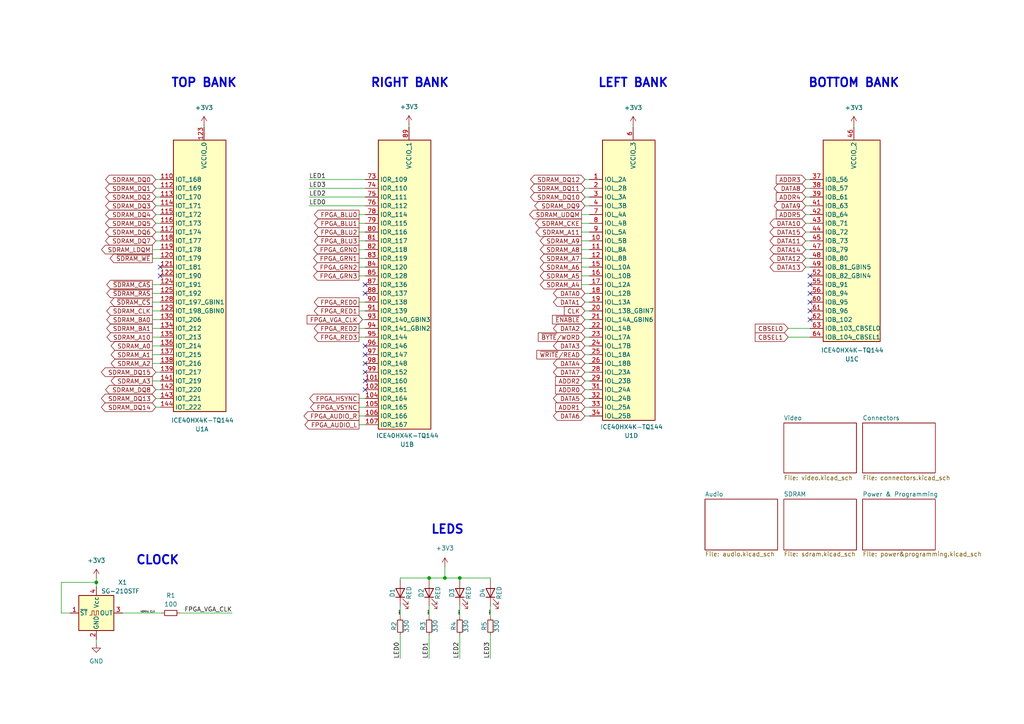
<source format=kicad_sch>
(kicad_sch (version 20231120) (generator "eeschema") (generator_version "8.0")
  (paper "A4")
  (title_block (title "vaudeo") (date "2025-01-22") (rev "Rev A") (comment 1 "A video and audeo board") (comment 3 "https://github.com/oricomp/vaudeo") (comment 4 "Created by Jacob Long"))
  (lib_symbols
    (symbol "Device:LED" (pin_numbers hide) (pin_names (offset 1.016) hide)
      (property "Reference" "D" (at 0 2.54 0))
      (property "Value" "LED" (at 0 -2.54 0))
      (symbol "LED_0_1"
        (polyline (pts (xy -1.27 -1.27) (xy -1.27 1.27)) (stroke (width 0.254)))
        (polyline (pts (xy -1.27 0) (xy 1.27 0)))
        (polyline (pts (xy 1.27 -1.27) (xy 1.27 1.27) (xy -1.27 0) (xy 1.27 -1.27)) (stroke (width 0.254)))
        (polyline (pts (xy -3.048 -0.762) (xy -4.572 -2.286) (xy -3.81 -2.286) (xy -4.572 -2.286) (xy -4.572 -1.524)))
        (polyline (pts (xy -1.778 -0.762) (xy -3.302 -2.286) (xy -2.54 -2.286) (xy -3.302 -2.286) (xy -3.302 -1.524)))
      )
      (symbol "LED_1_1"
        (pin passive line (at -3.81 0 0) (length 2.54) (name "K") (number "1"))
        (pin passive line (at 3.81 0 180) (length 2.54) (name "A") (number "2"))
      )
    )
    (symbol "Device:R_Small" (pin_numbers hide) (pin_names (offset 0.254) hide)
      (property "Reference" "R" (at 0.762 0.508 0))
      (property "Value" "R_Small" (at 0.762 -1.016 0))
      (symbol "R_Small_0_1"
        (rectangle (start -0.762 1.778) (end 0.762 -1.778) (stroke (width 0.2032)))
      )
      (symbol "R_Small_1_1"
        (pin passive line (at 0 2.54 270) (length 0.762) (name "~") (number "1"))
        (pin passive line (at 0 -2.54 90) (length 0.762) (name "~") (number "2"))
      )
    )
    (symbol "FPGA_Lattice:ICE40HX4K-TQ144"
      (property "Reference" "U" (at 12.7 53.34 0))
      (property "Value" "ICE40HX4K-TQ144" (at 30.48 48.26 0))
      (symbol "ICE40HX4K-TQ144_1_1"
        (rectangle (start -8.89 41.91) (end 6.35 -36.83) (stroke (width 0.254)) (fill (type background)))
        (pin bidirectional line (at -12.7 30.48 0) (length 3.81) (name "IOT_168") (number "110"))
        (pin bidirectional line (at -12.7 27.94 0) (length 3.81) (name "IOT_169") (number "112"))
        (pin bidirectional line (at -12.7 25.4 0) (length 3.81) (name "IOT_170") (number "113"))
        (pin bidirectional line (at -12.7 22.86 0) (length 3.81) (name "IOT_171") (number "114"))
        (pin bidirectional line (at -12.7 20.32 0) (length 3.81) (name "IOT_172") (number "115"))
        (pin bidirectional line (at -12.7 17.78 0) (length 3.81) (name "IOT_173") (number "116"))
        (pin bidirectional line (at -12.7 15.24 0) (length 3.81) (name "IOT_174") (number "117"))
        (pin bidirectional line (at -12.7 12.7 0) (length 3.81) (name "IOT_177") (number "118"))
        (pin bidirectional line (at -12.7 10.16 0) (length 3.81) (name "IOT_178") (number "119"))
        (pin bidirectional line (at -12.7 7.62 0) (length 3.81) (name "IOT_179") (number "120"))
        (pin bidirectional line (at -12.7 5.08 0) (length 3.81) (name "IOT_181") (number "121"))
        (pin bidirectional line (at -12.7 2.54 0) (length 3.81) (name "IOT_190") (number "122"))
        (pin power_in line (at 0 45.72 270) (length 3.81) (name "VCCIO_0") (number "123"))
        (pin bidirectional line (at -12.7 0 0) (length 3.81) (name "IOT_191") (number "124"))
        (pin bidirectional line (at -12.7 -2.54 0) (length 3.81) (name "IOT_192") (number "125"))
        (pin bidirectional line (at -12.7 -5.08 0) (length 3.81) (name "IOT_197_GBIN1") (number "128"))
        (pin bidirectional line (at -12.7 -7.62 0) (length 3.81) (name "IOT_198_GBIN0") (number "129"))
        (pin bidirectional line (at -12.7 -10.16 0) (length 3.81) (name "IOT_206") (number "130"))
        (pin passive line (at 0 45.72 270) (length 3.81) hide (name "VCCIO_0") (number "131"))
        (pin bidirectional line (at -12.7 -12.7 0) (length 3.81) (name "IOT_212") (number "134"))
        (pin bidirectional line (at -12.7 -15.24 0) (length 3.81) (name "IOT_213") (number "135"))
        (pin bidirectional line (at -12.7 -17.78 0) (length 3.81) (name "IOT_214") (number "136"))
        (pin bidirectional line (at -12.7 -20.32 0) (length 3.81) (name "IOT_215") (number "137"))
        (pin bidirectional line (at -12.7 -22.86 0) (length 3.81) (name "IOT_216") (number "138"))
        (pin bidirectional line (at -12.7 -25.4 0) (length 3.81) (name "IOT_217") (number "139"))
        (pin bidirectional line (at -12.7 -27.94 0) (length 3.81) (name "IOT_219") (number "141"))
        (pin bidirectional line (at -12.7 -30.48 0) (length 3.81) (name "IOT_220") (number "142"))
        (pin bidirectional line (at -12.7 -33.02 0) (length 3.81) (name "IOT_221") (number "143"))
        (pin bidirectional line (at -12.7 -35.56 0) (length 3.81) (name "IOT_222") (number "144"))
      )
      (symbol "ICE40HX4K-TQ144_2_1"
        (rectangle (start -8.89 44.45) (end 6.35 -39.37) (stroke (width 0.254)) (fill (type background)))
        (pin passive line (at 0 48.26 270) (length 3.81) hide (name "VCCIO_1") (number "100"))
        (pin bidirectional line (at -12.7 -25.4 0) (length 3.81) (name "IOR_160") (number "101"))
        (pin bidirectional line (at -12.7 -27.94 0) (length 3.81) (name "IOR_161") (number "102"))
        (pin bidirectional line (at -12.7 -30.48 0) (length 3.81) (name "IOR_164") (number "104"))
        (pin bidirectional line (at -12.7 -33.02 0) (length 3.81) (name "IOR_165") (number "105"))
        (pin bidirectional line (at -12.7 -35.56 0) (length 3.81) (name "IOR_166") (number "106"))
        (pin bidirectional line (at -12.7 -38.1 0) (length 3.81) (name "IOR_167") (number "107"))
        (pin bidirectional line (at -12.7 33.02 0) (length 3.81) (name "IOR_109") (number "73"))
        (pin bidirectional line (at -12.7 30.48 0) (length 3.81) (name "IOR_110") (number "74"))
        (pin bidirectional line (at -12.7 27.94 0) (length 3.81) (name "IOR_111") (number "75"))
        (pin bidirectional line (at -12.7 25.4 0) (length 3.81) (name "IOR_112") (number "76"))
        (pin bidirectional line (at -12.7 22.86 0) (length 3.81) (name "IOR_114") (number "78"))
        (pin bidirectional line (at -12.7 20.32 0) (length 3.81) (name "IOR_115") (number "79"))
        (pin bidirectional line (at -12.7 17.78 0) (length 3.81) (name "IOR_116") (number "80"))
        (pin bidirectional line (at -12.7 15.24 0) (length 3.81) (name "IOR_117") (number "81"))
        (pin bidirectional line (at -12.7 12.7 0) (length 3.81) (name "IOR_118") (number "82"))
        (pin bidirectional line (at -12.7 10.16 0) (length 3.81) (name "IOR_119") (number "83"))
        (pin bidirectional line (at -12.7 7.62 0) (length 3.81) (name "IOR_120") (number "84"))
        (pin bidirectional line (at -12.7 5.08 0) (length 3.81) (name "IOR_128") (number "85"))
        (pin bidirectional line (at -12.7 2.54 0) (length 3.81) (name "IOR_136") (number "87"))
        (pin bidirectional line (at -12.7 0 0) (length 3.81) (name "IOR_137") (number "88"))
        (pin power_in line (at 0 48.26 270) (length 3.81) (name "VCCIO_1") (number "89"))
        (pin bidirectional line (at -12.7 -2.54 0) (length 3.81) (name "IOR_138") (number "90"))
        (pin bidirectional line (at -12.7 -5.08 0) (length 3.81) (name "IOR_139") (number "91"))
        (pin bidirectional line (at -12.7 -7.62 0) (length 3.81) (name "IOR_140_GBIN3") (number "93"))
        (pin bidirectional line (at -12.7 -10.16 0) (length 3.81) (name "IOR_141_GBIN2") (number "94"))
        (pin bidirectional line (at -12.7 -12.7 0) (length 3.81) (name "IOR_144") (number "95"))
        (pin bidirectional line (at -12.7 -15.24 0) (length 3.81) (name "IOR_146") (number "96"))
        (pin bidirectional line (at -12.7 -17.78 0) (length 3.81) (name "IOR_147") (number "97"))
        (pin bidirectional line (at -12.7 -20.32 0) (length 3.81) (name "IOR_148") (number "98"))
        (pin bidirectional line (at -12.7 -22.86 0) (length 3.81) (name "IOR_152") (number "99"))
      )
      (symbol "ICE40HX4K-TQ144_3_1"
        (rectangle (start -8.89 31.75) (end 7.62 -26.67) (stroke (width 0.254)) (fill (type background)))
        (pin bidirectional line (at -12.7 20.32 0) (length 3.81) (name "IOB_56") (number "37"))
        (pin bidirectional line (at -12.7 17.78 0) (length 3.81) (name "IOB_57") (number "38"))
        (pin bidirectional line (at -12.7 15.24 0) (length 3.81) (name "IOB_61") (number "39"))
        (pin bidirectional line (at -12.7 12.7 0) (length 3.81) (name "IOB_63") (number "41"))
        (pin bidirectional line (at -12.7 10.16 0) (length 3.81) (name "IOB_64") (number "42"))
        (pin bidirectional line (at -12.7 7.62 0) (length 3.81) (name "IOB_71") (number "43"))
        (pin bidirectional line (at -12.7 5.08 0) (length 3.81) (name "IOB_72") (number "44"))
        (pin bidirectional line (at -12.7 2.54 0) (length 3.81) (name "IOB_73") (number "45"))
        (pin power_in line (at 0 35.56 270) (length 3.81) (name "VCCIO_2") (number "46"))
        (pin bidirectional line (at -12.7 0 0) (length 3.81) (name "IOB_79") (number "47"))
        (pin bidirectional line (at -12.7 -2.54 0) (length 3.81) (name "IOB_80") (number "48"))
        (pin bidirectional line (at -12.7 -5.08 0) (length 3.81) (name "IOB_81_GBIN5") (number "49"))
        (pin bidirectional line (at -12.7 -7.62 0) (length 3.81) (name "IOB_82_GBIN4") (number "52"))
        (pin bidirectional line (at -12.7 -10.16 0) (length 3.81) (name "IOB_91") (number "55"))
        (pin bidirectional line (at -12.7 -12.7 0) (length 3.81) (name "IOB_94") (number "56"))
        (pin passive line (at 0 35.56 270) (length 3.81) hide (name "VCCIO_2") (number "57"))
        (pin bidirectional line (at -12.7 -15.24 0) (length 3.81) (name "IOB_95") (number "60"))
        (pin bidirectional line (at -12.7 -17.78 0) (length 3.81) (name "IOB_96") (number "61"))
        (pin bidirectional line (at -12.7 -20.32 0) (length 3.81) (name "IOB_102") (number "62"))
        (pin bidirectional line (at -12.7 -22.86 0) (length 3.81) (name "IOB_103_CBSEL0") (number "63"))
        (pin bidirectional line (at -12.7 -25.4 0) (length 3.81) (name "IOB_104_CBSEL1") (number "64"))
      )
      (symbol "ICE40HX4K-TQ144_4_1"
        (rectangle (start -8.89 41.91) (end 6.35 -39.37) (stroke (width 0.254)) (fill (type background)))
        (pin bidirectional line (at -12.7 30.48 0) (length 3.81) (name "IOL_2A") (number "1"))
        (pin bidirectional line (at -12.7 12.7 0) (length 3.81) (name "IOL_5B") (number "10"))
        (pin bidirectional line (at -12.7 10.16 0) (length 3.81) (name "IOL_8A") (number "11"))
        (pin bidirectional line (at -12.7 7.62 0) (length 3.81) (name "IOL_8B") (number "12"))
        (pin bidirectional line (at -12.7 5.08 0) (length 3.81) (name "IOL_10A") (number "15"))
        (pin bidirectional line (at -12.7 2.54 0) (length 3.81) (name "IOL_10B") (number "16"))
        (pin bidirectional line (at -12.7 0 0) (length 3.81) (name "IOL_12A") (number "17"))
        (pin bidirectional line (at -12.7 -2.54 0) (length 3.81) (name "IOL_12B") (number "18"))
        (pin bidirectional line (at -12.7 -5.08 0) (length 3.81) (name "IOL_13A") (number "19"))
        (pin bidirectional line (at -12.7 27.94 0) (length 3.81) (name "IOL_2B") (number "2"))
        (pin bidirectional line (at -12.7 -7.62 0) (length 3.81) (name "IOL_13B_GBIN7") (number "20"))
        (pin bidirectional line (at -12.7 -10.16 0) (length 3.81) (name "IOL_14A_GBIN6") (number "21"))
        (pin bidirectional line (at -12.7 -12.7 0) (length 3.81) (name "IOL_14B") (number "22"))
        (pin bidirectional line (at -12.7 -15.24 0) (length 3.81) (name "IOL_17A") (number "23"))
        (pin bidirectional line (at -12.7 -17.78 0) (length 3.81) (name "IOL_17B") (number "24"))
        (pin bidirectional line (at -12.7 -20.32 0) (length 3.81) (name "IOL_18A") (number "25"))
        (pin bidirectional line (at -12.7 -22.86 0) (length 3.81) (name "IOL_18B") (number "26"))
        (pin bidirectional line (at -12.7 -25.4 0) (length 3.81) (name "IOL_23A") (number "28"))
        (pin bidirectional line (at -12.7 -27.94 0) (length 3.81) (name "IOL_23B") (number "29"))
        (pin bidirectional line (at -12.7 25.4 0) (length 3.81) (name "IOL_3A") (number "3"))
        (pin passive line (at 0 45.72 270) (length 3.81) hide (name "VCCIO_3") (number "30"))
        (pin bidirectional line (at -12.7 -30.48 0) (length 3.81) (name "IOL_24A") (number "31"))
        (pin bidirectional line (at -12.7 -33.02 0) (length 3.81) (name "IOL_24B") (number "32"))
        (pin bidirectional line (at -12.7 -35.56 0) (length 3.81) (name "IOL_25A") (number "33"))
        (pin bidirectional line (at -12.7 -38.1 0) (length 3.81) (name "IOL_25B") (number "34"))
        (pin bidirectional line (at -12.7 22.86 0) (length 3.81) (name "IOL_3B") (number "4"))
        (pin power_in line (at 0 45.72 270) (length 3.81) (name "VCCIO_3") (number "6"))
        (pin bidirectional line (at -12.7 20.32 0) (length 3.81) (name "IOL_4A") (number "7"))
        (pin bidirectional line (at -12.7 17.78 0) (length 3.81) (name "IOL_4B") (number "8"))
        (pin bidirectional line (at -12.7 15.24 0) (length 3.81) (name "IOL_5A") (number "9"))
      )
      (symbol "ICE40HX4K-TQ144_5_1"
        (rectangle (start -11.43 13.97) (end 13.97 -13.97) (stroke (width 0.254)) (fill (type background)))
        (pin passive line (at 0 -17.78 90) (length 3.81) hide (name "GND") (number "103"))
        (pin power_in line (at 2.54 17.78 270) (length 3.81) (name "VPP_2V5") (number "108"))
        (pin power_in line (at -2.54 17.78 270) (length 3.81) (name "VPP_FAST") (number "109"))
        (pin passive line (at 0 17.78 270) (length 3.81) hide (name "VCC") (number "111"))
        (pin power_in line (at 10.16 17.78 270) (length 3.81) (name "VCCPLL1") (number "126"))
        (pin power_in line (at 10.16 -17.78 90) (length 3.81) (name "GNDPLL1") (number "127"))
        (pin passive line (at 0 -17.78 90) (length 3.81) hide (name "GND") (number "13"))
        (pin passive line (at 0 -17.78 90) (length 3.81) hide (name "GND") (number "132"))
        (pin no_connect line (at 12.7 -10.16 180) (length 3.81) hide (name "NC") (number "133"))
        (pin passive line (at 0 -17.78 90) (length 3.81) hide (name "GND") (number "14"))
        (pin passive line (at 0 -17.78 90) (length 3.81) hide (name "GND") (number "140"))
        (pin power_in line (at 0 17.78 270) (length 3.81) (name "VCC") (number "27"))
        (pin no_connect line (at 12.7 5.08 180) (length 3.81) hide (name "NC") (number "35"))
        (pin no_connect line (at 12.7 2.54 180) (length 3.81) hide (name "NC") (number "36"))
        (pin passive line (at 0 17.78 270) (length 3.81) hide (name "VCC") (number "40"))
        (pin power_in line (at 0 -17.78 90) (length 3.81) (name "GND") (number "5"))
        (pin no_connect line (at 12.7 -2.54 180) (length 3.81) hide (name "NC") (number "50"))
        (pin no_connect line (at 12.7 -5.08 180) (length 3.81) hide (name "NC") (number "51"))
        (pin power_in line (at 7.62 -17.78 90) (length 3.81) (name "GNDPLL0") (number "53"))
        (pin power_in line (at 7.62 17.78 270) (length 3.81) (name "VCCPLL0") (number "54"))
        (pin no_connect line (at 12.7 -7.62 180) (length 3.81) hide (name "NC") (number "58"))
        (pin passive line (at 0 -17.78 90) (length 3.81) hide (name "GND") (number "59"))
        (pin open_collector line (at 17.78 0 180) (length 3.81) (name "CDONE") (number "65"))
        (pin input line (at -15.24 -10.16 0) (length 3.81) (name "~{CRESET}") (number "66"))
        (pin bidirectional line (at -15.24 2.54 0) (length 3.81) (name "IOB_105_SDO") (number "67"))
        (pin bidirectional line (at -15.24 0 0) (length 3.81) (name "IOB_106_SDI") (number "68"))
        (pin passive line (at 0 -17.78 90) (length 3.81) hide (name "GND") (number "69"))
        (pin bidirectional line (at -15.24 -2.54 0) (length 3.81) (name "IOB_107_SCK") (number "70"))
        (pin bidirectional line (at -15.24 -5.08 0) (length 3.81) (name "IOB_108_SS") (number "71"))
        (pin power_in line (at -7.62 17.78 270) (length 3.81) (name "VCC_SPI") (number "72"))
        (pin no_connect line (at 12.7 7.62 180) (length 3.81) hide (name "NC") (number "77"))
        (pin passive line (at 0 -17.78 90) (length 3.81) hide (name "GND") (number "86"))
        (pin passive line (at 0 17.78 270) (length 3.81) hide (name "VCC") (number "92"))
      )
    )
    (symbol "Oscillator:SG-210STF" (pin_names (offset 0.254))
      (property "Reference" "X" (at -5.08 6.35 0))
      (property "Value" "SG-210STF" (at 1.27 -6.35 0))
      (symbol "SG-210STF_0_1"
        (rectangle (start -5.08 5.08) (end 5.08 -5.08) (stroke (width 0.254)) (fill (type background)))
        (polyline (pts (xy -1.905 -0.635) (xy -1.27 -0.635) (xy -1.27 0.635) (xy -0.635 0.635) (xy -0.635 -0.635) (xy 0 -0.635) (xy 0 0.635) (xy 0.635 0.635) (xy 0.635 -0.635)))
      )
      (symbol "SG-210STF_1_1"
        (pin input line (at -7.62 0 0) (length 2.54) (name "~{ST}") (number "1"))
        (pin power_in line (at 0 -7.62 90) (length 2.54) (name "GND") (number "2"))
        (pin output line (at 7.62 0 180) (length 2.54) (name "OUT") (number "3"))
        (pin power_in line (at 0 7.62 270) (length 2.54) (name "Vcc") (number "4"))
      )
    )
    (symbol "power:+3V3" (power) (pin_numbers hide) (pin_names (offset 0) hide)
      (property "Value" "+3V3" (at 0 3.556 0))
      (symbol "+3V3_0_1"
        (polyline (pts (xy -0.762 1.27) (xy 0 2.54)))
        (polyline (pts (xy 0 0) (xy 0 2.54)))
        (polyline (pts (xy 0 2.54) (xy 0.762 1.27)))
      )
      (symbol "+3V3_1_1"
        (pin power_in line (at 0 0 90) (length 0) (name "~") (number "1"))
      )
    )
    (symbol "power:GND" (power) (pin_numbers hide) (pin_names (offset 0) hide)
      (property "Value" "GND" (at 0 -3.81 0))
      (symbol "GND_0_1"
        (polyline (pts (xy 0 0) (xy 0 -1.27) (xy 1.27 -1.27) (xy 0 -2.54) (xy -1.27 -1.27) (xy 0 -1.27)))
      )
      (symbol "GND_1_1"
        (pin power_in line (at 0 0 270) (length 0) (name "~") (number "1"))
      )
    )
  )
  (junction (at 129.032 167.64))
  (junction (at 124.46 167.64))
  (junction (at 133.35 167.64))
  (junction (at 27.94 168.91))
  (no_connect (at 234.95 82.55))
  (no_connect (at 234.95 92.71))
  (no_connect (at 46.482 77.47))
  (no_connect (at 234.95 87.63))
  (no_connect (at 105.918 102.87))
  (no_connect (at 105.918 113.03))
  (no_connect (at 234.95 85.09))
  (no_connect (at 234.95 90.17))
  (no_connect (at 105.918 100.33))
  (no_connect (at 46.482 80.01))
  (no_connect (at 105.918 85.09))
  (no_connect (at 105.918 82.55))
  (no_connect (at 105.918 105.41))
  (no_connect (at 105.918 110.49))
  (no_connect (at 234.95 80.01))
  (no_connect (at 105.918 107.95))
  (wire (pts (xy 168.656 72.39) (xy 170.942 72.39)))
  (wire (pts (xy 46.482 64.77) (xy 45.212 64.77)))
  (wire (pts (xy 233.68 67.31) (xy 234.95 67.31)))
  (wire (pts (xy 233.68 69.85) (xy 234.95 69.85)))
  (wire (pts (xy 169.672 113.03) (xy 170.942 113.03)))
  (wire (pts (xy 89.662 59.69) (xy 105.918 59.69)))
  (wire (pts (xy 44.196 87.63) (xy 46.482 87.63)))
  (wire (pts (xy 142.24 168.148) (xy 142.24 167.64)))
  (wire (pts (xy 27.94 167.64) (xy 27.94 168.91)))
  (wire (pts (xy 20.32 177.8) (xy 17.78 177.8)))
  (wire (pts (xy 46.482 52.07) (xy 45.212 52.07)))
  (wire (pts (xy 169.672 120.65) (xy 170.942 120.65)))
  (wire (pts (xy 104.14 123.19) (xy 105.918 123.19)))
  (wire (pts (xy 233.68 59.69) (xy 234.95 59.69)))
  (wire (pts (xy 133.35 167.64) (xy 129.032 167.64)))
  (wire (pts (xy 44.196 95.25) (xy 46.482 95.25)))
  (wire (pts (xy 168.656 62.23) (xy 170.942 62.23)))
  (wire (pts (xy 46.482 54.61) (xy 45.212 54.61)))
  (wire (pts (xy 142.24 179.07) (xy 142.24 175.768)))
  (wire (pts (xy 104.14 69.85) (xy 105.918 69.85)))
  (wire (pts (xy 168.656 80.01) (xy 170.942 80.01)))
  (wire (pts (xy 89.662 52.07) (xy 105.918 52.07)))
  (wire (pts (xy 44.196 74.93) (xy 46.482 74.93)))
  (wire (pts (xy 44.196 110.49) (xy 46.482 110.49)))
  (wire (pts (xy 169.672 92.71) (xy 170.942 92.71)))
  (wire (pts (xy 228.6 97.79) (xy 234.95 97.79)))
  (wire (pts (xy 52.07 177.8) (xy 67.31 177.8)))
  (wire (pts (xy 116.078 179.07) (xy 116.078 175.768)))
  (wire (pts (xy 170.942 57.15) (xy 169.672 57.15)))
  (wire (pts (xy 44.196 90.17) (xy 46.482 90.17)))
  (wire (pts (xy 142.24 167.64) (xy 133.35 167.64)))
  (wire (pts (xy 89.662 54.61) (xy 105.918 54.61)))
  (wire (pts (xy 169.672 97.79) (xy 170.942 97.79)))
  (wire (pts (xy 104.14 120.65) (xy 105.918 120.65)))
  (wire (pts (xy 46.482 115.57) (xy 45.212 115.57)))
  (wire (pts (xy 170.942 54.61) (xy 169.672 54.61)))
  (wire (pts (xy 169.672 105.41) (xy 170.942 105.41)))
  (wire (pts (xy 124.46 179.07) (xy 124.46 175.768)))
  (wire (pts (xy 44.196 72.39) (xy 46.482 72.39)))
  (wire (pts (xy 35.56 177.8) (xy 46.99 177.8)))
  (wire (pts (xy 44.196 102.87) (xy 46.482 102.87)))
  (wire (pts (xy 59.182 36.322) (xy 59.182 36.83)))
  (wire (pts (xy 46.482 113.03) (xy 45.212 113.03)))
  (wire (pts (xy 104.14 87.63) (xy 105.918 87.63)))
  (wire (pts (xy 233.68 57.15) (xy 234.95 57.15)))
  (wire (pts (xy 118.618 36.068) (xy 118.618 36.83)))
  (wire (pts (xy 168.656 82.55) (xy 170.942 82.55)))
  (wire (pts (xy 45.212 107.95) (xy 46.482 107.95)))
  (wire (pts (xy 116.078 168.148) (xy 116.078 167.64)))
  (wire (pts (xy 169.672 115.57) (xy 170.942 115.57)))
  (wire (pts (xy 124.46 167.64) (xy 116.078 167.64)))
  (wire (pts (xy 46.482 69.85) (xy 45.212 69.85)))
  (wire (pts (xy 45.212 59.69) (xy 46.482 59.69)))
  (wire (pts (xy 46.482 62.23) (xy 45.212 62.23)))
  (wire (pts (xy 44.196 92.71) (xy 46.482 92.71)))
  (wire (pts (xy 104.14 67.31) (xy 105.918 67.31)))
  (wire (pts (xy 104.14 95.25) (xy 105.918 95.25)))
  (wire (pts (xy 44.196 85.09) (xy 46.482 85.09)))
  (wire (pts (xy 45.212 57.15) (xy 46.482 57.15)))
  (wire (pts (xy 169.672 118.11) (xy 170.942 118.11)))
  (wire (pts (xy 129.032 164.338) (xy 129.032 167.64)))
  (wire (pts (xy 247.65 36.322) (xy 247.65 36.83)))
  (wire (pts (xy 104.14 97.79) (xy 105.918 97.79)))
  (wire (pts (xy 133.35 179.07) (xy 133.35 175.768)))
  (wire (pts (xy 27.94 186.69) (xy 27.94 185.42)))
  (wire (pts (xy 169.672 90.17) (xy 170.942 90.17)))
  (wire (pts (xy 44.196 97.79) (xy 46.482 97.79)))
  (wire (pts (xy 168.656 69.85) (xy 170.942 69.85)))
  (wire (pts (xy 104.14 74.93) (xy 105.918 74.93)))
  (wire (pts (xy 169.672 100.33) (xy 170.942 100.33)))
  (wire (pts (xy 17.78 168.91) (xy 27.94 168.91)))
  (wire (pts (xy 124.46 168.148) (xy 124.46 167.64)))
  (wire (pts (xy 46.482 67.31) (xy 45.212 67.31)))
  (wire (pts (xy 169.672 102.87) (xy 170.942 102.87)))
  (wire (pts (xy 44.196 82.55) (xy 46.482 82.55)))
  (wire (pts (xy 170.942 59.69) (xy 169.672 59.69)))
  (wire (pts (xy 170.942 52.07) (xy 169.672 52.07)))
  (wire (pts (xy 46.482 118.11) (xy 45.212 118.11)))
  (wire (pts (xy 169.672 87.63) (xy 170.942 87.63)))
  (wire (pts (xy 104.14 80.01) (xy 105.918 80.01)))
  (wire (pts (xy 233.68 52.07) (xy 234.95 52.07)))
  (wire (pts (xy 44.196 105.41) (xy 46.482 105.41)))
  (wire (pts (xy 169.672 110.49) (xy 170.942 110.49)))
  (wire (pts (xy 104.14 77.47) (xy 105.918 77.47)))
  (wire (pts (xy 233.68 62.23) (xy 234.95 62.23)))
  (wire (pts (xy 168.656 67.31) (xy 170.942 67.31)))
  (wire (pts (xy 104.14 62.23) (xy 105.918 62.23)))
  (wire (pts (xy 168.656 74.93) (xy 170.942 74.93)))
  (wire (pts (xy 168.656 64.77) (xy 170.942 64.77)))
  (wire (pts (xy 233.68 77.47) (xy 234.95 77.47)))
  (wire (pts (xy 233.68 72.39) (xy 234.95 72.39)))
  (wire (pts (xy 183.642 36.322) (xy 183.642 36.83)))
  (wire (pts (xy 104.14 115.57) (xy 105.918 115.57)))
  (wire (pts (xy 89.662 57.15) (xy 105.918 57.15)))
  (wire (pts (xy 124.46 191.008) (xy 124.46 184.15)))
  (wire (pts (xy 129.032 167.64) (xy 124.46 167.64)))
  (wire (pts (xy 104.14 118.11) (xy 105.918 118.11)))
  (wire (pts (xy 44.196 100.33) (xy 46.482 100.33)))
  (wire (pts (xy 169.672 95.25) (xy 170.942 95.25)))
  (wire (pts (xy 104.14 64.77) (xy 105.918 64.77)))
  (wire (pts (xy 133.35 191.008) (xy 133.35 184.15)))
  (wire (pts (xy 168.656 77.47) (xy 170.942 77.47)))
  (wire (pts (xy 233.68 74.93) (xy 234.95 74.93)))
  (wire (pts (xy 105.156 92.71) (xy 105.918 92.71)))
  (wire (pts (xy 233.68 54.61) (xy 234.95 54.61)))
  (wire (pts (xy 104.14 90.17) (xy 105.918 90.17)))
  (wire (pts (xy 142.24 191.008) (xy 142.24 184.15)))
  (wire (pts (xy 133.35 168.148) (xy 133.35 167.64)))
  (wire (pts (xy 169.672 85.09) (xy 170.942 85.09)))
  (wire (pts (xy 228.6 95.25) (xy 234.95 95.25)))
  (wire (pts (xy 104.14 72.39) (xy 105.918 72.39)))
  (wire (pts (xy 27.94 168.91) (xy 27.94 170.18)))
  (wire (pts (xy 169.672 107.95) (xy 170.942 107.95)))
  (wire (pts (xy 233.68 64.77) (xy 234.95 64.77)))
  (wire (pts (xy 17.78 177.8) (xy 17.78 168.91)))
  (wire (pts (xy 116.078 191.008) (xy 116.078 184.15)))
  (text "CLOCK" (at 45.72 162.56 0) (effects (font (size 2.5 2.5) (bold yes))))
  (text "TOP BANK" (at 59.182 24.13 0) (effects (font (size 2.5 2.5) (thickness 0.5) (bold yes))))
  (text "LEFT BANK" (at 183.642 24.13 0) (effects (font (size 2.5 2.5) (thickness 0.5) (bold yes))))
  (text "RIGHT BANK" (at 118.872 24.13 0) (effects (font (size 2.5 2.5) (thickness 0.5) (bold yes))))
  (text "LEDS" (at 129.794 153.67 0) (effects (font (size 2.5 2.5) (bold yes))))
  (text "BOTTOM BANK" (at 247.65 24.13 0) (effects (font (size 2.5 2.5) (thickness 0.5) (bold yes))))
  (label "LED3" (at 89.662 54.61 0))
  (label "LED1_R" (at 124.46 178.308 90) (effects (font (size 0.25 0.25))))
  (label "LED2_R" (at 133.35 178.308 90) (effects (font (size 0.25 0.25))))
  (label "FPGA_VGA_CLK" (at 67.31 177.8 180))
  (label "LED2" (at 89.662 57.15 0))
  (label "LED0" (at 89.662 59.69 0))
  (label "LED3" (at 142.24 191.008 90))
  (label "40MHz CLK" (at 40.64 177.8 0) (effects (font (size 0.5 0.5) (bold yes))))
  (label "LED0" (at 116.078 191.008 90))
  (label "LED1" (at 124.46 191.008 90))
  (label "LED1" (at 89.662 52.07 0))
  (label "LED2" (at 133.35 191.008 90))
  (label "LED3_R" (at 142.24 178.308 90) (effects (font (size 0.25 0.25))))
  (label "LED0_R" (at 116.078 178.308 90) (effects (font (size 0.25 0.25))))
  (global_label "SDRAM_DQ7" (shape bidirectional) (at 45.212 69.85 180) (property "Intersheetrefs" "${INTERSHEET_REFS}" (effects (hide yes))))
  (global_label "SDRAM_BA0" (shape output) (at 44.196 92.71 180) (property "Intersheetrefs" "${INTERSHEET_REFS}" (effects (hide yes))))
  (global_label "DATA4" (shape bidirectional) (at 169.672 105.41 180) (property "Intersheetrefs" "${INTERSHEET_REFS}" (effects (hide yes))))
  (global_label "~{WRITE}/READ" (shape input) (at 169.672 102.87 180) (property "Intersheetrefs" "${INTERSHEET_REFS}" (effects (hide yes))))
  (global_label "FPGA_RED0" (shape output) (at 104.14 87.63 180) (property "Intersheetrefs" "${INTERSHEET_REFS}" (effects (hide yes))))
  (global_label "SDRAM_DQ1" (shape bidirectional) (at 45.212 54.61 180) (property "Intersheetrefs" "${INTERSHEET_REFS}" (effects (hide yes))))
  (global_label "SDRAM_DQ5" (shape bidirectional) (at 45.212 64.77 180) (property "Intersheetrefs" "${INTERSHEET_REFS}" (effects (hide yes))))
  (global_label "FPGA_GRN3" (shape output) (at 104.14 80.01 180) (property "Intersheetrefs" "${INTERSHEET_REFS}" (effects (hide yes))))
  (global_label "SDRAM_DQ6" (shape bidirectional) (at 45.212 67.31 180) (property "Intersheetrefs" "${INTERSHEET_REFS}" (effects (hide yes))))
  (global_label "ADDR1" (shape input) (at 169.672 118.11 180) (property "Intersheetrefs" "${INTERSHEET_REFS}" (effects (hide yes))))
  (global_label "DATA5" (shape bidirectional) (at 169.672 115.57 180) (property "Intersheetrefs" "${INTERSHEET_REFS}" (effects (hide yes))))
  (global_label "FPGA_VSYNC" (shape output) (at 104.14 118.11 180) (property "Intersheetrefs" "${INTERSHEET_REFS}" (effects (hide yes))))
  (global_label "FPGA_RED3" (shape output) (at 104.14 97.79 180) (property "Intersheetrefs" "${INTERSHEET_REFS}" (effects (hide yes))))
  (global_label "FPGA_RED2" (shape output) (at 104.14 95.25 180) (property "Intersheetrefs" "${INTERSHEET_REFS}" (effects (hide yes))))
  (global_label "SDRAM_A11" (shape output) (at 168.656 67.31 180) (property "Intersheetrefs" "${INTERSHEET_REFS}" (effects (hide yes))))
  (global_label "SDRAM_A6" (shape output) (at 168.656 77.47 180) (property "Intersheetrefs" "${INTERSHEET_REFS}" (effects (hide yes))))
  (global_label "FPGA_AUDIO_R" (shape output) (at 104.14 120.65 180) (property "Intersheetrefs" "${INTERSHEET_REFS}" (effects (hide yes))))
  (global_label "SDRAM_DQ3" (shape bidirectional) (at 45.212 59.69 180) (property "Intersheetrefs" "${INTERSHEET_REFS}" (effects (hide yes))))
  (global_label "FPGA_GRN0" (shape output) (at 104.14 72.39 180) (property "Intersheetrefs" "${INTERSHEET_REFS}" (effects (hide yes))))
  (global_label "DATA13" (shape bidirectional) (at 233.68 77.47 180) (property "Intersheetrefs" "${INTERSHEET_REFS}" (effects (hide yes))))
  (global_label "DATA14" (shape bidirectional) (at 233.68 72.39 180) (property "Intersheetrefs" "${INTERSHEET_REFS}" (effects (hide yes))))
  (global_label "SDRAM_A0" (shape output) (at 44.196 100.33 180) (property "Intersheetrefs" "${INTERSHEET_REFS}" (effects (hide yes))))
  (global_label "SDRAM_CKE" (shape output) (at 168.656 64.77 180) (property "Intersheetrefs" "${INTERSHEET_REFS}" (effects (hide yes))))
  (global_label "SDRAM_DQ0" (shape bidirectional) (at 45.212 52.07 180) (property "Intersheetrefs" "${INTERSHEET_REFS}" (effects (hide yes))))
  (global_label "SDRAM_DQ14" (shape bidirectional) (at 45.212 118.11 180) (property "Intersheetrefs" "${INTERSHEET_REFS}" (effects (hide yes))))
  (global_label "FPGA_BLU0" (shape output) (at 104.14 62.23 180) (property "Intersheetrefs" "${INTERSHEET_REFS}" (effects (hide yes))))
  (global_label "FPGA_HSYNC" (shape output) (at 104.14 115.57 180) (property "Intersheetrefs" "${INTERSHEET_REFS}" (effects (hide yes))))
  (global_label "CBSEL0" (shape input) (at 228.6 95.25 180) (property "Intersheetrefs" "${INTERSHEET_REFS}" (effects (hide yes))))
  (global_label "SDRAM_DQ2" (shape bidirectional) (at 45.212 57.15 180) (property "Intersheetrefs" "${INTERSHEET_REFS}" (effects (hide yes))))
  (global_label "SDRAM_DQ4" (shape bidirectional) (at 45.212 62.23 180) (property "Intersheetrefs" "${INTERSHEET_REFS}" (effects (hide yes))))
  (global_label "SDRAM_CLK" (shape output) (at 44.196 90.17 180) (property "Intersheetrefs" "${INTERSHEET_REFS}" (effects (hide yes))))
  (global_label "~{BYTE}{slash}WORD" (shape input) (at 169.672 97.79 180) (property "Intersheetrefs" "${INTERSHEET_REFS}" (effects (hide yes))))
  (global_label "DATA15" (shape bidirectional) (at 233.68 67.31 180) (property "Intersheetrefs" "${INTERSHEET_REFS}" (effects (hide yes))))
  (global_label "DATA9" (shape bidirectional) (at 233.68 59.69 180) (property "Intersheetrefs" "${INTERSHEET_REFS}" (effects (hide yes))))
  (global_label "DATA11" (shape bidirectional) (at 233.68 69.85 180) (property "Intersheetrefs" "${INTERSHEET_REFS}" (effects (hide yes))))
  (global_label "SDRAM_A4" (shape output) (at 168.656 82.55 180) (property "Intersheetrefs" "${INTERSHEET_REFS}" (effects (hide yes))))
  (global_label "ADDR2" (shape input) (at 169.672 110.49 180) (property "Intersheetrefs" "${INTERSHEET_REFS}" (effects (hide yes))))
  (global_label "SDRAM_A3" (shape output) (at 44.196 110.49 180) (property "Intersheetrefs" "${INTERSHEET_REFS}" (effects (hide yes))))
  (global_label "SDRAM_DQ9" (shape bidirectional) (at 169.672 59.69 180) (property "Intersheetrefs" "${INTERSHEET_REFS}" (effects (hide yes))))
  (global_label "SDRAM_DQ10" (shape bidirectional) (at 169.672 57.15 180) (property "Intersheetrefs" "${INTERSHEET_REFS}" (effects (hide yes))))
  (global_label "~{SDRAM_WE}" (shape output) (at 44.196 74.93 180) (property "Intersheetrefs" "${INTERSHEET_REFS}" (effects (hide yes))))
  (global_label "FPGA_RED1" (shape output) (at 104.14 90.17 180) (property "Intersheetrefs" "${INTERSHEET_REFS}" (effects (hide yes))))
  (global_label "SDRAM_LDQM" (shape output) (at 44.196 72.39 180) (property "Intersheetrefs" "${INTERSHEET_REFS}" (effects (hide yes))))
  (global_label "SDRAM_DQ15" (shape bidirectional) (at 45.212 107.95 180) (property "Intersheetrefs" "${INTERSHEET_REFS}" (effects (hide yes))))
  (global_label "FPGA_BLU3" (shape output) (at 104.14 69.85 180) (property "Intersheetrefs" "${INTERSHEET_REFS}" (effects (hide yes))))
  (global_label "~{ENABLE}" (shape input) (at 169.672 92.71 180) (property "Intersheetrefs" "${INTERSHEET_REFS}" (effects (hide yes))))
  (global_label "SDRAM_UDQM" (shape output) (at 168.656 62.23 180) (property "Intersheetrefs" "${INTERSHEET_REFS}" (effects (hide yes))))
  (global_label "SDRAM_DQ8" (shape bidirectional) (at 45.212 113.03 180) (property "Intersheetrefs" "${INTERSHEET_REFS}" (effects (hide yes))))
  (global_label "ADDR5" (shape input) (at 233.68 62.23 180) (property "Intersheetrefs" "${INTERSHEET_REFS}" (effects (hide yes))))
  (global_label "FPGA_BLU2" (shape output) (at 104.14 67.31 180) (property "Intersheetrefs" "${INTERSHEET_REFS}" (effects (hide yes))))
  (global_label "CLK" (shape input) (at 169.672 90.17 180) (property "Intersheetrefs" "${INTERSHEET_REFS}" (effects (hide yes))))
  (global_label "~{SDRAM_CAS}" (shape output) (at 44.196 82.55 180) (property "Intersheetrefs" "${INTERSHEET_REFS}" (effects (hide yes))))
  (global_label "DATA7" (shape bidirectional) (at 169.672 107.95 180) (property "Intersheetrefs" "${INTERSHEET_REFS}" (effects (hide yes))))
  (global_label "SDRAM_BA1" (shape output) (at 44.196 95.25 180) (property "Intersheetrefs" "${INTERSHEET_REFS}" (effects (hide yes))))
  (global_label "SDRAM_DQ11" (shape bidirectional) (at 169.672 54.61 180) (property "Intersheetrefs" "${INTERSHEET_REFS}" (effects (hide yes))))
  (global_label "SDRAM_DQ13" (shape bidirectional) (at 45.212 115.57 180) (property "Intersheetrefs" "${INTERSHEET_REFS}" (effects (hide yes))))
  (global_label "DATA12" (shape bidirectional) (at 233.68 74.93 180) (property "Intersheetrefs" "${INTERSHEET_REFS}" (effects (hide yes))))
  (global_label "ADDR4" (shape input) (at 233.68 57.15 180) (property "Intersheetrefs" "${INTERSHEET_REFS}" (effects (hide yes))))
  (global_label "FPGA_BLU1" (shape output) (at 104.14 64.77 180) (property "Intersheetrefs" "${INTERSHEET_REFS}" (effects (hide yes))))
  (global_label "SDRAM_A5" (shape output) (at 168.656 80.01 180) (property "Intersheetrefs" "${INTERSHEET_REFS}" (effects (hide yes))))
  (global_label "DATA6" (shape bidirectional) (at 169.672 120.65 180) (property "Intersheetrefs" "${INTERSHEET_REFS}" (effects (hide yes))))
  (global_label "SDRAM_A7" (shape output) (at 168.656 74.93 180) (property "Intersheetrefs" "${INTERSHEET_REFS}" (effects (hide yes))))
  (global_label "CBSEL1" (shape input) (at 228.6 97.79 180) (property "Intersheetrefs" "${INTERSHEET_REFS}" (effects (hide yes))))
  (global_label "DATA0" (shape bidirectional) (at 169.672 85.09 180) (property "Intersheetrefs" "${INTERSHEET_REFS}" (effects (hide yes))))
  (global_label "~{SDRAM_RAS}" (shape output) (at 44.196 85.09 180) (property "Intersheetrefs" "${INTERSHEET_REFS}" (effects (hide yes))))
  (global_label "ADDR0" (shape input) (at 169.672 113.03 180) (property "Intersheetrefs" "${INTERSHEET_REFS}" (effects (hide yes))))
  (global_label "SDRAM_A9" (shape output) (at 168.656 69.85 180) (property "Intersheetrefs" "${INTERSHEET_REFS}" (effects (hide yes))))
  (global_label "FPGA_AUDIO_L" (shape output) (at 104.14 123.19 180) (property "Intersheetrefs" "${INTERSHEET_REFS}" (effects (hide yes))))
  (global_label "SDRAM_A1" (shape output) (at 44.196 102.87 180) (property "Intersheetrefs" "${INTERSHEET_REFS}" (effects (hide yes))))
  (global_label "~{SDRAM_CS}" (shape output) (at 44.196 87.63 180) (property "Intersheetrefs" "${INTERSHEET_REFS}" (effects (hide yes))))
  (global_label "SDRAM_DQ12" (shape bidirectional) (at 169.672 52.07 180) (property "Intersheetrefs" "${INTERSHEET_REFS}" (effects (hide yes))))
  (global_label "SDRAM_A8" (shape output) (at 168.656 72.39 180) (property "Intersheetrefs" "${INTERSHEET_REFS}" (effects (hide yes))))
  (global_label "FPGA_GRN1" (shape output) (at 104.14 74.93 180) (property "Intersheetrefs" "${INTERSHEET_REFS}" (effects (hide yes))))
  (global_label "DATA2" (shape bidirectional) (at 169.672 95.25 180) (property "Intersheetrefs" "${INTERSHEET_REFS}" (effects (hide yes))))
  (global_label "FPGA_GRN2" (shape output) (at 104.14 77.47 180) (property "Intersheetrefs" "${INTERSHEET_REFS}" (effects (hide yes))))
  (global_label "DATA10" (shape bidirectional) (at 233.68 64.77 180) (property "Intersheetrefs" "${INTERSHEET_REFS}" (effects (hide yes))))
  (global_label "SDRAM_A2" (shape output) (at 44.196 105.41 180) (property "Intersheetrefs" "${INTERSHEET_REFS}" (effects (hide yes))))
  (global_label "FPGA_VGA_CLK" (shape input) (at 105.156 92.71 180) (property "Intersheetrefs" "${INTERSHEET_REFS}" (effects (hide yes))))
  (global_label "DATA1" (shape bidirectional) (at 169.672 87.63 180) (property "Intersheetrefs" "${INTERSHEET_REFS}" (effects (hide yes))))
  (global_label "DATA8" (shape bidirectional) (at 233.68 54.61 180) (property "Intersheetrefs" "${INTERSHEET_REFS}" (effects (hide yes))))
  (global_label "ADDR3" (shape input) (at 233.68 52.07 180) (property "Intersheetrefs" "${INTERSHEET_REFS}" (effects (hide yes))))
  (global_label "SDRAM_A10" (shape output) (at 44.196 97.79 180) (property "Intersheetrefs" "${INTERSHEET_REFS}" (effects (hide yes))))
  (global_label "DATA3" (shape bidirectional) (at 169.672 100.33 180) (property "Intersheetrefs" "${INTERSHEET_REFS}" (effects (hide yes))))
  (symbol (lib_id "power:+3V3") (at 129.032 164.338 0) (unit 1)
    (property "Reference" "#PWR05" (effects (hide yes)))
    (property "Value" "+3V3" (at 129.032 159.004 0))
    (property "Description" "Power symbol creates a global label with name \"+3V3\"" (effects (hide yes)))
  )
  (symbol (lib_id "power:+3V3") (at 247.65 36.322 0) (unit 1)
    (property "Reference" "#PWR04" (effects (hide yes)))
    (property "Value" "+3V3" (at 247.65 31.242 0))
    (property "Description" "Power symbol creates a global label with name \"+3V3\"" (effects (hide yes)))
  )
  (symbol (lib_id "Device:LED") (at 142.24 171.958 90) (unit 1)
    (property "Reference" "D4" (at 139.954 171.958 0))
    (property "Value" "RED" (at 144.78 171.958 0))
    (property "Footprint" "Diode_SMD:D_0805_2012Metric" (effects (hide yes)))
    (property "Description" "Light emitting diode" (effects (hide yes)))
    (property "DigiKey" "https://www.digikey.com/en/products/detail/w%C3%BCrth-elektronik/150080SS75000/4489921" (effects (hide yes)))
  )
  (symbol (lib_id "FPGA_Lattice:ICE40HX4K-TQ144") (at 183.642 82.55 0) (unit 4)
    (property "Reference" "U1" (at 181.102 126.365 0) (effects (justify left)))
    (property "Value" "ICE40HX4K-TQ144" (at 174.117 123.825 0) (effects (justify left)))
    (property "Footprint" "Package_QFP:TQFP-144_20x20mm_P0.5mm" (effects (hide yes)))
    (property "Datasheet" "http://www.latticesemi.com/Products/FPGAandCPLD/iCE40" (effects (hide yes)))
    (property "DigiKey" "https://www.digikey.com/en/products/detail/lattice-semiconductor-corporation/ICE40HX4K-TQ144/3083582" (effects (hide yes)))
  )
  (symbol (lib_id "power:+3V3") (at 118.618 36.068 0) (unit 1)
    (property "Reference" "#PWR01" (effects (hide yes)))
    (property "Value" "+3V3" (at 118.618 30.988 0))
    (property "Description" "Power symbol creates a global label with name \"+3V3\"" (effects (hide yes)))
  )
  (symbol (lib_id "Device:LED") (at 124.46 171.958 90) (unit 1)
    (property "Reference" "D2" (at 122.174 171.958 0))
    (property "Value" "RED" (at 127 171.958 0))
    (property "Footprint" "Diode_SMD:D_0805_2012Metric" (effects (hide yes)))
    (property "Description" "Light emitting diode" (effects (hide yes)))
    (property "DigiKey" "https://www.digikey.com/en/products/detail/w%C3%BCrth-elektronik/150080SS75000/4489921" (effects (hide yes)))
  )
  (symbol (lib_id "power:+3V3") (at 59.182 36.322 0) (unit 1)
    (property "Reference" "#PWR02" (effects (hide yes)))
    (property "Value" "+3V3" (at 59.182 31.242 0))
    (property "Description" "Power symbol creates a global label with name \"+3V3\"" (effects (hide yes)))
  )
  (symbol (lib_id "Device:R_Small") (at 116.078 181.61 180) (unit 1)
    (property "Reference" "R2" (at 114.3 181.61 90))
    (property "Value" "330" (at 117.856 181.61 90))
    (property "Footprint" "Resistor_SMD:R_0805_2012Metric_Pad1.20x1.40mm_HandSolder" (effects (hide yes)))
    (property "Description" "Resistor, small symbol" (effects (hide yes)))
    (property "DigiKey" "https://www.digikey.com/en/products/detail/koa-speer-electronics-inc/RK73B2ATTD331J/10236540" (effects (hide yes)))
  )
  (symbol (lib_id "Device:R_Small") (at 124.46 181.61 180) (unit 1)
    (property "Reference" "R3" (at 122.682 181.61 90))
    (property "Value" "330" (at 126.238 181.61 90))
    (property "Footprint" "Resistor_SMD:R_0805_2012Metric_Pad1.20x1.40mm_HandSolder" (effects (hide yes)))
    (property "Description" "Resistor, small symbol" (effects (hide yes)))
    (property "DigiKey" "https://www.digikey.com/en/products/detail/koa-speer-electronics-inc/RK73B2ATTD331J/10236540" (effects (hide yes)))
  )
  (symbol (lib_id "power:+3V3") (at 183.642 36.322 0) (unit 1)
    (property "Reference" "#PWR03" (effects (hide yes)))
    (property "Value" "+3V3" (at 183.642 31.242 0))
    (property "Description" "Power symbol creates a global label with name \"+3V3\"" (effects (hide yes)))
  )
  (symbol (lib_id "Device:LED") (at 116.078 171.958 90) (unit 1)
    (property "Reference" "D1" (at 113.792 171.958 0))
    (property "Value" "RED" (at 118.618 171.958 0))
    (property "Footprint" "Diode_SMD:D_0805_2012Metric" (effects (hide yes)))
    (property "Description" "Light emitting diode" (effects (hide yes)))
    (property "DigiKey" "https://www.digikey.com/en/products/detail/w%C3%BCrth-elektronik/150080SS75000/4489921" (effects (hide yes)))
  )
  (symbol (lib_id "power:+3V3") (at 27.94 167.64 0) (unit 1)
    (property "Reference" "#PWR06" (effects (hide yes)))
    (property "Value" "+3V3" (at 27.94 162.56 0))
    (property "Description" "Power symbol creates a global label with name \"+3V3\"" (effects (hide yes)))
  )
  (symbol (lib_id "Device:R_Small") (at 142.24 181.61 180) (unit 1)
    (property "Reference" "R5" (at 140.462 181.61 90))
    (property "Value" "330" (at 144.018 181.61 90))
    (property "Footprint" "Resistor_SMD:R_0805_2012Metric_Pad1.20x1.40mm_HandSolder" (effects (hide yes)))
    (property "Description" "Resistor, small symbol" (effects (hide yes)))
    (property "DigiKey" "https://www.digikey.com/en/products/detail/koa-speer-electronics-inc/RK73B2ATTD331J/10236540" (effects (hide yes)))
  )
  (symbol (lib_id "power:GND") (at 27.94 186.69 0) (unit 1)
    (property "Reference" "#PWR07" (effects (hide yes)))
    (property "Value" "GND" (at 27.94 191.77 0))
    (property "Description" "Power symbol creates a global label with name \"GND\" , ground" (effects (hide yes)))
  )
  (symbol (lib_id "Device:LED") (at 133.35 171.958 90) (unit 1)
    (property "Reference" "D3" (at 131.064 171.958 0))
    (property "Value" "RED" (at 135.89 171.958 0))
    (property "Footprint" "Diode_SMD:D_0805_2012Metric" (effects (hide yes)))
    (property "Description" "Light emitting diode" (effects (hide yes)))
    (property "DigiKey" "https://www.digikey.com/en/products/detail/w%C3%BCrth-elektronik/150080SS75000/4489921" (effects (hide yes)))
  )
  (symbol (lib_id "FPGA_Lattice:ICE40HX4K-TQ144") (at 118.618 85.09 0) (unit 2)
    (property "Reference" "U1" (at 116.078 128.905 0) (effects (justify left)))
    (property "Value" "ICE40HX4K-TQ144" (at 109.093 126.365 0) (effects (justify left)))
    (property "Footprint" "Package_QFP:TQFP-144_20x20mm_P0.5mm" (effects (hide yes)))
    (property "Datasheet" "http://www.latticesemi.com/Products/FPGAandCPLD/iCE40" (effects (hide yes)))
    (property "DigiKey" "https://www.digikey.com/en/products/detail/lattice-semiconductor-corporation/ICE40HX4K-TQ144/3083582" (effects (hide yes)))
  )
  (symbol (lib_id "FPGA_Lattice:ICE40HX4K-TQ144") (at 247.65 72.39 0) (unit 3)
    (property "Reference" "U1" (at 245.11 104.14 0) (effects (justify left)))
    (property "Value" "ICE40HX4K-TQ144" (at 238.125 101.6 0) (effects (justify left)))
    (property "Footprint" "Package_QFP:TQFP-144_20x20mm_P0.5mm" (effects (hide yes)))
    (property "Datasheet" "http://www.latticesemi.com/Products/FPGAandCPLD/iCE40" (effects (hide yes)))
    (property "DigiKey" "https://www.digikey.com/en/products/detail/lattice-semiconductor-corporation/ICE40HX4K-TQ144/3083582" (effects (hide yes)))
  )
  (symbol (lib_id "Device:R_Small") (at 49.53 177.8 90) (unit 1)
    (property "Reference" "R1" (at 49.53 172.72 90))
    (property "Value" "100" (at 49.53 175.26 90))
    (property "Footprint" "Resistor_SMD:R_0805_2012Metric_Pad1.20x1.40mm_HandSolder" (effects (hide yes)))
    (property "Description" "Resistor, small symbol" (effects (hide yes)))
    (property "DigiKey" "https://www.digikey.com/en/products/detail/stackpole-electronics-inc/RNCP0805FTD100R/2240209" (effects (hide yes)))
  )
  (symbol (lib_id "FPGA_Lattice:ICE40HX4K-TQ144") (at 59.182 82.55 0) (unit 1)
    (property "Reference" "U1" (at 56.642 124.46 0) (effects (justify left)))
    (property "Value" "ICE40HX4K-TQ144" (at 49.657 121.92 0) (effects (justify left)))
    (property "Footprint" "Package_QFP:TQFP-144_20x20mm_P0.5mm" (effects (hide yes)))
    (property "Datasheet" "http://www.latticesemi.com/Products/FPGAandCPLD/iCE40" (effects (hide yes)))
    (property "DigiKey" "https://www.digikey.com/en/products/detail/lattice-semiconductor-corporation/ICE40HX4K-TQ144/3083582" (effects (hide yes)))
  )
  (symbol (lib_id "Oscillator:SG-210STF") (at 27.94 177.8 0) (unit 1)
    (property "Reference" "X1" (at 35.56 168.91 0))
    (property "Value" "SG-210STF" (at 34.925 171.45 0))
    (property "Footprint" "Oscillator:Oscillator_SMD_SeikoEpson_SG210-4Pin_2.5x2.0mm" (effects (hide yes)))
    (property "Datasheet" "https://support.epson.biz/td/api/doc_check.php?mode=dl&lang=en&Parts=SG-210STF" (effects (hide yes)))
    (property "Description" "CMOS Crystal Oscillator SPXO" (effects (hide yes)))
    (property "DigiKey" "https://www.digikey.com/en/products/detail/epson/SG-210STF-40-0000ML0/4437409" (effects (hide yes)))
  )
  (symbol (lib_id "Device:R_Small") (at 133.35 181.61 180) (unit 1)
    (property "Reference" "R4" (at 131.572 181.61 90))
    (property "Value" "330" (at 135.128 181.61 90))
    (property "Footprint" "Resistor_SMD:R_0805_2012Metric_Pad1.20x1.40mm_HandSolder" (effects (hide yes)))
    (property "Description" "Resistor, small symbol" (effects (hide yes)))
    (property "DigiKey" "https://www.digikey.com/en/products/detail/koa-speer-electronics-inc/RK73B2ATTD331J/10236540" (effects (hide yes)))
  )
  (sheet (at 227.33 144.78) (size 21.082 14.732) (stroke (width 0.1524))
    (property "Sheetname" "SDRAM" (at 227.33 144.0684 0) (effects (justify left bottom)))
    (property "Sheetfile" "sdram.kicad_sch" (at 227.33 159.9696 0) (effects (justify left top)))
  )
  (sheet (at 204.47 144.78) (size 21.082 14.732) (stroke (width 0.1524))
    (property "Sheetname" "Audio" (at 204.47 144.0684 0) (effects (justify left bottom)))
    (property "Sheetfile" "audio.kicad_sch" (at 204.47 159.9696 0) (effects (justify left top)))
  )
  (sheet (at 227.33 122.682) (size 21.082 14.478) (stroke (width 0.1524))
    (property "Sheetname" "Video" (at 227.33 121.9704 0) (effects (justify left bottom)))
    (property "Sheetfile" "video.kicad_sch" (at 227.33 137.8716 0) (effects (justify left top)))
  )
  (sheet (at 250.19 122.682) (size 21.082 14.478) (stroke (width 0.1524))
    (property "Sheetname" "Connectors" (at 250.19 121.9704 0) (effects (justify left bottom)))
    (property "Sheetfile" "connectors.kicad_sch" (at 250.19 137.8716 0) (effects (justify left top)))
  )
  (sheet (at 250.19 144.78) (size 21.082 14.732) (stroke (width 0.1524))
    (property "Sheetname" "Power & Programming" (at 250.19 144.0684 0) (effects (justify left bottom)))
    (property "Sheetfile" "power&programming.kicad_sch" (at 250.19 159.9696 0) (effects (justify left top)))
  )
)
</source>
